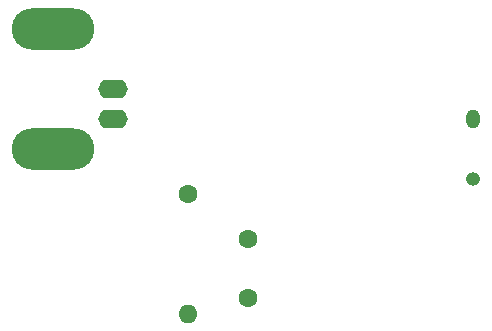
<source format=gbr>
G04 #@! TF.GenerationSoftware,KiCad,Pcbnew,(5.1.5)-3*
G04 #@! TF.CreationDate,2020-02-27T09:45:14+00:00*
G04 #@! TF.ProjectId,fast_diode_pcb,66617374-5f64-4696-9f64-655f7063622e,rev?*
G04 #@! TF.SameCoordinates,Original*
G04 #@! TF.FileFunction,Copper,L2,Bot*
G04 #@! TF.FilePolarity,Positive*
%FSLAX46Y46*%
G04 Gerber Fmt 4.6, Leading zero omitted, Abs format (unit mm)*
G04 Created by KiCad (PCBNEW (5.1.5)-3) date 2020-02-27 09:45:14*
%MOMM*%
%LPD*%
G04 APERTURE LIST*
%ADD10O,1.200000X1.600000*%
%ADD11O,1.200000X1.200000*%
%ADD12C,1.600000*%
%ADD13O,7.000000X3.500000*%
%ADD14O,2.500000X1.600000*%
%ADD15O,1.600000X1.600000*%
G04 APERTURE END LIST*
D10*
X149860000Y-97790000D03*
D11*
X149860000Y-102870000D03*
D12*
X130810000Y-107950000D03*
X130810000Y-112950000D03*
D13*
X114300000Y-100330000D03*
X114300000Y-90170000D03*
D14*
X119380000Y-95250000D03*
X119380000Y-97790000D03*
D12*
X125730000Y-104140000D03*
D15*
X125730000Y-114300000D03*
M02*

</source>
